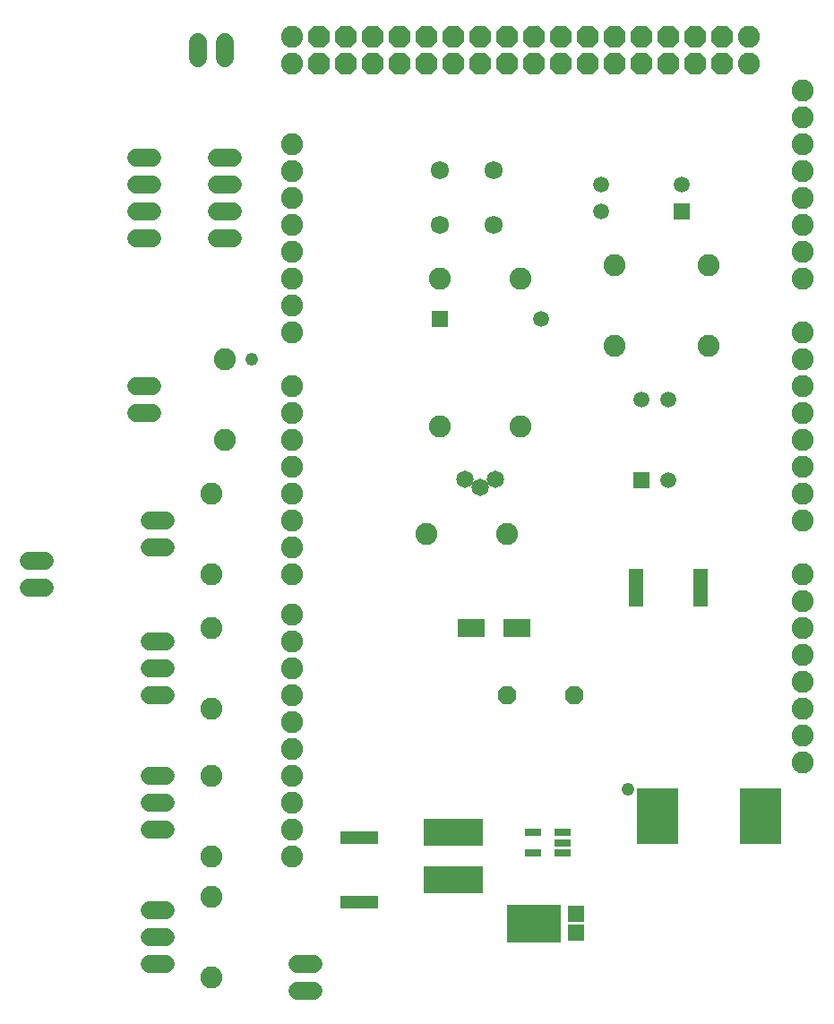
<source format=gts>
G75*
%MOIN*%
%OFA0B0*%
%FSLAX25Y25*%
%IPPOS*%
%LPD*%
%AMOC8*
5,1,8,0,0,1.08239X$1,22.5*
%
%ADD10OC8,0.06800*%
%ADD11C,0.08200*%
%ADD12OC8,0.08200*%
%ADD13C,0.06776*%
%ADD14C,0.06800*%
%ADD15R,0.22493X0.10209*%
%ADD16R,0.06312X0.06272*%
%ADD17R,0.19934X0.14028*%
%ADD18R,0.09855X0.06902*%
%ADD19R,0.05950X0.05950*%
%ADD20C,0.05950*%
%ADD21R,0.15170X0.20879*%
%ADD22C,0.06501*%
%ADD23R,0.05721X0.14186*%
%ADD24R,0.14186X0.05131*%
%ADD25R,0.06000X0.03000*%
%ADD26C,0.04800*%
%ADD27C,0.04762*%
D10*
X0196000Y0161250D03*
X0221000Y0161250D03*
D11*
X0196000Y0221250D03*
X0166000Y0221250D03*
X0171000Y0261250D03*
X0201000Y0261250D03*
X0236000Y0291250D03*
X0236000Y0321250D03*
X0271000Y0321250D03*
X0271000Y0291250D03*
X0306000Y0286250D03*
X0306000Y0276250D03*
X0306000Y0266250D03*
X0306000Y0256250D03*
X0306000Y0246250D03*
X0306000Y0236250D03*
X0306000Y0226250D03*
X0306000Y0206250D03*
X0306000Y0196250D03*
X0306000Y0186250D03*
X0306000Y0176250D03*
X0306000Y0166250D03*
X0306000Y0156250D03*
X0306000Y0146250D03*
X0306000Y0136250D03*
X0306000Y0296250D03*
X0306000Y0316250D03*
X0306000Y0326250D03*
X0306000Y0336250D03*
X0306000Y0346250D03*
X0306000Y0356250D03*
X0306000Y0366250D03*
X0306000Y0376250D03*
X0306000Y0386250D03*
X0286000Y0396250D03*
X0286000Y0406250D03*
X0201000Y0316250D03*
X0171000Y0316250D03*
X0116000Y0316250D03*
X0116000Y0306250D03*
X0116000Y0296250D03*
X0116000Y0276250D03*
X0116000Y0266250D03*
X0116000Y0256250D03*
X0116000Y0246250D03*
X0116000Y0236250D03*
X0116000Y0226250D03*
X0116000Y0216250D03*
X0116000Y0206250D03*
X0116000Y0191250D03*
X0116000Y0181250D03*
X0116000Y0171250D03*
X0116000Y0161250D03*
X0116000Y0151250D03*
X0116000Y0141250D03*
X0116000Y0131250D03*
X0116000Y0121250D03*
X0116000Y0111250D03*
X0116000Y0101250D03*
X0086000Y0101250D03*
X0086000Y0086250D03*
X0086000Y0056250D03*
X0086000Y0131250D03*
X0086000Y0156250D03*
X0086000Y0186250D03*
X0086000Y0206250D03*
X0086000Y0236250D03*
X0091000Y0256250D03*
X0091000Y0286250D03*
X0116000Y0326250D03*
X0116000Y0336250D03*
X0116000Y0346250D03*
X0116000Y0356250D03*
X0116000Y0366250D03*
X0116000Y0396250D03*
X0116000Y0406250D03*
D12*
X0126000Y0406250D03*
X0126000Y0396250D03*
X0136000Y0396250D03*
X0146000Y0396250D03*
X0146000Y0406250D03*
X0136000Y0406250D03*
X0156000Y0406250D03*
X0156000Y0396250D03*
X0166000Y0396250D03*
X0176000Y0396250D03*
X0176000Y0406250D03*
X0166000Y0406250D03*
X0186000Y0406250D03*
X0186000Y0396250D03*
X0196000Y0396250D03*
X0196000Y0406250D03*
X0206000Y0406250D03*
X0216000Y0406250D03*
X0216000Y0396250D03*
X0206000Y0396250D03*
X0226000Y0396250D03*
X0226000Y0406250D03*
X0236000Y0406250D03*
X0236000Y0396250D03*
X0246000Y0396250D03*
X0256000Y0396250D03*
X0256000Y0406250D03*
X0246000Y0406250D03*
X0266000Y0406250D03*
X0266000Y0396250D03*
X0276000Y0396250D03*
X0276000Y0406250D03*
D13*
X0191039Y0356289D03*
X0191039Y0336211D03*
X0170961Y0336211D03*
X0170961Y0356289D03*
D14*
X0069000Y0061250D02*
X0063000Y0061250D01*
X0063000Y0071250D02*
X0069000Y0071250D01*
X0069000Y0081250D02*
X0063000Y0081250D01*
X0063000Y0111250D02*
X0069000Y0111250D01*
X0069000Y0121250D02*
X0063000Y0121250D01*
X0063000Y0131250D02*
X0069000Y0131250D01*
X0069000Y0161250D02*
X0063000Y0161250D01*
X0063000Y0171250D02*
X0069000Y0171250D01*
X0069000Y0181250D02*
X0063000Y0181250D01*
X0063000Y0216250D02*
X0069000Y0216250D01*
X0069000Y0226250D02*
X0063000Y0226250D01*
X0064000Y0266250D02*
X0058000Y0266250D01*
X0058000Y0276250D02*
X0064000Y0276250D01*
X0064000Y0331250D02*
X0058000Y0331250D01*
X0058000Y0341250D02*
X0064000Y0341250D01*
X0064000Y0351250D02*
X0058000Y0351250D01*
X0058000Y0361250D02*
X0064000Y0361250D01*
X0088000Y0361250D02*
X0094000Y0361250D01*
X0094000Y0351250D02*
X0088000Y0351250D01*
X0088000Y0341250D02*
X0094000Y0341250D01*
X0094000Y0331250D02*
X0088000Y0331250D01*
X0091000Y0398250D02*
X0091000Y0404250D01*
X0081000Y0404250D02*
X0081000Y0398250D01*
X0024000Y0211250D02*
X0018000Y0211250D01*
X0018000Y0201250D02*
X0024000Y0201250D01*
X0118000Y0061250D02*
X0124000Y0061250D01*
X0124000Y0051250D02*
X0118000Y0051250D01*
D15*
X0176000Y0092352D03*
X0176000Y0110148D03*
D16*
X0221677Y0079872D03*
X0221677Y0072628D03*
D17*
X0206000Y0076250D03*
D18*
X0199465Y0186250D03*
X0182535Y0186250D03*
D19*
X0246000Y0241250D03*
X0171000Y0301250D03*
X0261000Y0341250D03*
D20*
X0261000Y0351250D03*
X0231000Y0351250D03*
X0231000Y0341250D03*
X0208402Y0301250D03*
X0246000Y0271250D03*
X0256000Y0271250D03*
X0256000Y0241250D03*
D21*
X0251906Y0116250D03*
X0290094Y0116250D03*
D22*
X0191709Y0241289D03*
X0186000Y0238337D03*
X0180291Y0241289D03*
D23*
X0243992Y0201250D03*
X0268008Y0201250D03*
D24*
X0141000Y0108258D03*
X0141000Y0084242D03*
D25*
X0205600Y0102550D03*
X0205600Y0109950D03*
X0216400Y0109950D03*
X0216400Y0106250D03*
X0216400Y0102550D03*
D26*
X0241000Y0126250D03*
D27*
X0101000Y0286250D03*
M02*

</source>
